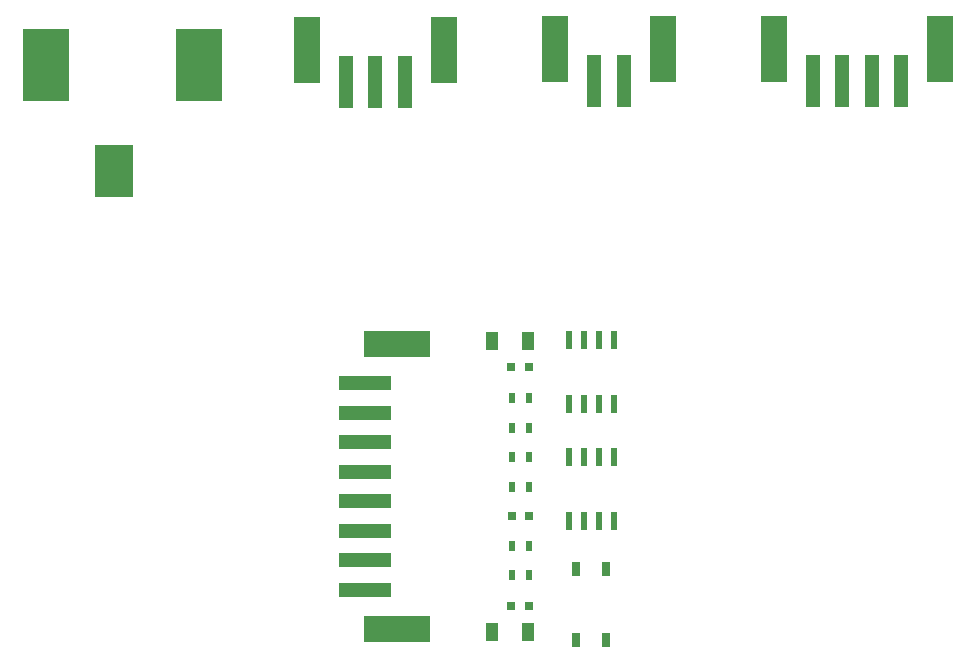
<source format=gtp>
G04 #@! TF.GenerationSoftware,KiCad,Pcbnew,(5.0.0-rc2-dev)*
G04 #@! TF.CreationDate,2018-03-07T22:42:49-08:00*
G04 #@! TF.ProjectId,makerlabs-acm-reader-lock_v1.0.0,6D616B65726C6162732D61636D2D7265,rev?*
G04 #@! TF.SameCoordinates,Original*
G04 #@! TF.FileFunction,Paste,Top*
G04 #@! TF.FilePolarity,Positive*
%FSLAX46Y46*%
G04 Gerber Fmt 4.6, Leading zero omitted, Abs format (unit mm)*
G04 Created by KiCad (PCBNEW (5.0.0-rc2-dev)) date Wednesday, March 07, 2018 at 10:42:49 PM*
%MOMM*%
%LPD*%
G01*
G04 APERTURE LIST*
%ADD10R,0.800000X0.750000*%
%ADD11R,1.000000X1.600000*%
%ADD12R,0.800000X1.200000*%
%ADD13R,0.600000X1.550000*%
%ADD14R,4.400000X1.200000*%
%ADD15R,5.600000X2.200000*%
%ADD16R,1.200000X4.400000*%
%ADD17R,2.200000X5.600000*%
%ADD18R,3.900000X6.200000*%
%ADD19R,3.300000X4.400000*%
%ADD20R,0.500000X0.900000*%
G04 APERTURE END LIST*
D10*
X162700000Y-103100000D03*
X164200000Y-103100000D03*
X162700000Y-82900000D03*
X164200000Y-82900000D03*
X164250000Y-95500000D03*
X162750000Y-95500000D03*
D11*
X164100000Y-105300000D03*
X161100000Y-105300000D03*
X164100000Y-80700000D03*
X161100000Y-80700000D03*
D12*
X170770000Y-100000000D03*
X170770000Y-106000000D03*
X168230000Y-106000000D03*
X168230000Y-100000000D03*
D13*
X171405000Y-95900000D03*
X170135000Y-95900000D03*
X168865000Y-95900000D03*
X167595000Y-95900000D03*
X167595000Y-90500000D03*
X168865000Y-90500000D03*
X170135000Y-90500000D03*
X171405000Y-90500000D03*
X167595000Y-86000000D03*
X168865000Y-86000000D03*
X170135000Y-86000000D03*
X171405000Y-86000000D03*
X171405000Y-80600000D03*
X170135000Y-80600000D03*
X168865000Y-80600000D03*
X167595000Y-80600000D03*
D14*
X150350000Y-91750000D03*
X150350000Y-89250000D03*
X150350000Y-86750000D03*
X150350000Y-94250000D03*
X150350000Y-96750000D03*
X150350000Y-99250000D03*
X150350000Y-101750000D03*
X150350000Y-84250000D03*
D15*
X153050000Y-105050000D03*
X153050000Y-80950000D03*
D16*
X172250000Y-58650000D03*
X169750000Y-58650000D03*
D17*
X175550000Y-55950000D03*
X166450000Y-55950000D03*
X184950000Y-55950000D03*
X199050000Y-55950000D03*
D16*
X188250000Y-58650000D03*
X190750000Y-58650000D03*
X193250000Y-58650000D03*
X195750000Y-58650000D03*
D18*
X123350000Y-57300000D03*
X136250000Y-57300000D03*
D19*
X129100000Y-66300000D03*
D20*
X164250000Y-100500000D03*
X162750000Y-100500000D03*
X164250000Y-98000000D03*
X162750000Y-98000000D03*
X164250000Y-85500000D03*
X162750000Y-85500000D03*
X164250000Y-90500000D03*
X162750000Y-90500000D03*
X162750000Y-88000000D03*
X164250000Y-88000000D03*
X162750000Y-93000000D03*
X164250000Y-93000000D03*
D17*
X145400000Y-56050000D03*
X157000000Y-56050000D03*
D16*
X148700000Y-58750000D03*
X151200000Y-58750000D03*
X153700000Y-58750000D03*
M02*

</source>
